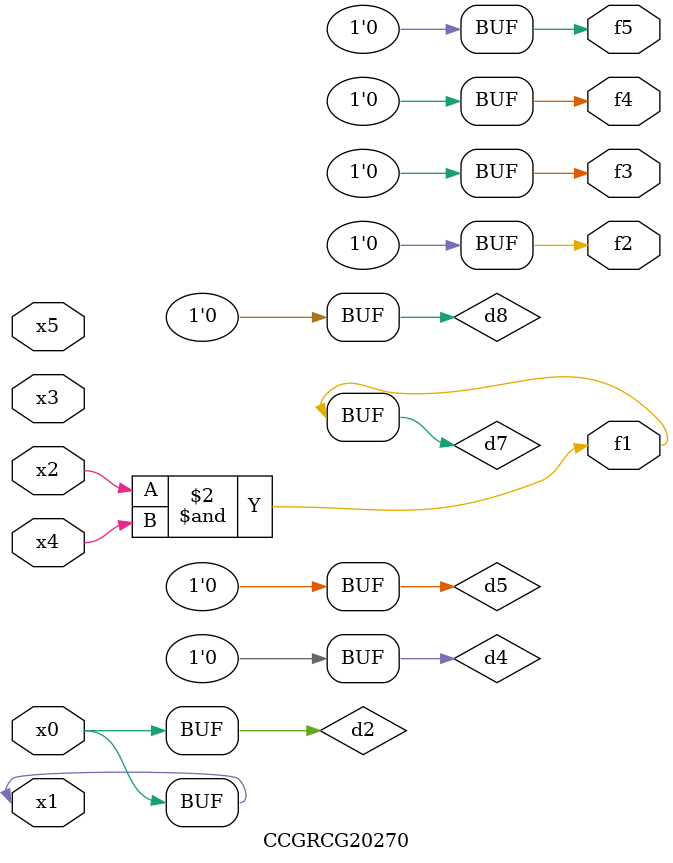
<source format=v>
module CCGRCG20270(
	input x0, x1, x2, x3, x4, x5,
	output f1, f2, f3, f4, f5
);

	wire d1, d2, d3, d4, d5, d6, d7, d8, d9;

	nand (d1, x1);
	buf (d2, x0, x1);
	nand (d3, x2, x4);
	and (d4, d1, d2);
	and (d5, d1, d2);
	nand (d6, d1, d3);
	not (d7, d3);
	xor (d8, d5);
	nor (d9, d5, d6);
	assign f1 = d7;
	assign f2 = d8;
	assign f3 = d8;
	assign f4 = d8;
	assign f5 = d8;
endmodule

</source>
